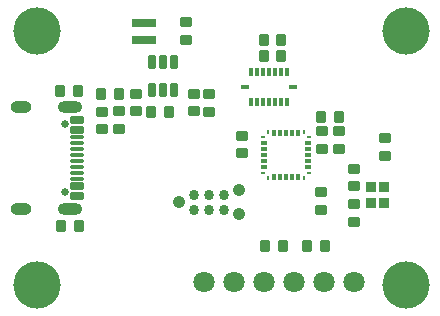
<source format=gbr>
%TF.GenerationSoftware,Altium Limited,Altium Designer,23.10.1 (27)*%
G04 Layer_Color=255*
%FSLAX45Y45*%
%MOMM*%
%TF.SameCoordinates,EB818210-93EB-4193-A47C-AA10A5AE6B3E*%
%TF.FilePolarity,Positive*%
%TF.FileFunction,Pads,Top*%
%TF.Part,Single*%
G01*
G75*
%TA.AperFunction,SMDPad,CuDef*%
G04:AMPARAMS|DCode=10|XSize=0.8mm|YSize=1mm|CornerRadius=0.1mm|HoleSize=0mm|Usage=FLASHONLY|Rotation=180.000|XOffset=0mm|YOffset=0mm|HoleType=Round|Shape=RoundedRectangle|*
%AMROUNDEDRECTD10*
21,1,0.80000,0.80000,0,0,180.0*
21,1,0.60000,1.00000,0,0,180.0*
1,1,0.20000,-0.30000,0.40000*
1,1,0.20000,0.30000,0.40000*
1,1,0.20000,0.30000,-0.40000*
1,1,0.20000,-0.30000,-0.40000*
%
%ADD10ROUNDEDRECTD10*%
%TA.AperFunction,TestPad*%
G04:AMPARAMS|DCode=11|XSize=0.3mm|YSize=1.15mm|CornerRadius=0.0375mm|HoleSize=0mm|Usage=FLASHONLY|Rotation=270.000|XOffset=0mm|YOffset=0mm|HoleType=Round|Shape=RoundedRectangle|*
%AMROUNDEDRECTD11*
21,1,0.30000,1.07500,0,0,270.0*
21,1,0.22500,1.15000,0,0,270.0*
1,1,0.07500,-0.53750,-0.11250*
1,1,0.07500,-0.53750,0.11250*
1,1,0.07500,0.53750,0.11250*
1,1,0.07500,0.53750,-0.11250*
%
%ADD11ROUNDEDRECTD11*%
G04:AMPARAMS|DCode=12|XSize=0.6mm|YSize=1.15mm|CornerRadius=0.075mm|HoleSize=0mm|Usage=FLASHONLY|Rotation=270.000|XOffset=0mm|YOffset=0mm|HoleType=Round|Shape=RoundedRectangle|*
%AMROUNDEDRECTD12*
21,1,0.60000,1.00000,0,0,270.0*
21,1,0.45000,1.15000,0,0,270.0*
1,1,0.15000,-0.50000,-0.22500*
1,1,0.15000,-0.50000,0.22500*
1,1,0.15000,0.50000,0.22500*
1,1,0.15000,0.50000,-0.22500*
%
%ADD12ROUNDEDRECTD12*%
%TA.AperFunction,SMDPad,CuDef*%
G04:AMPARAMS|DCode=13|XSize=0.8mm|YSize=0.9mm|CornerRadius=0.08mm|HoleSize=0mm|Usage=FLASHONLY|Rotation=180.000|XOffset=0mm|YOffset=0mm|HoleType=Round|Shape=RoundedRectangle|*
%AMROUNDEDRECTD13*
21,1,0.80000,0.74000,0,0,180.0*
21,1,0.64000,0.90000,0,0,180.0*
1,1,0.16000,-0.32000,0.37000*
1,1,0.16000,0.32000,0.37000*
1,1,0.16000,0.32000,-0.37000*
1,1,0.16000,-0.32000,-0.37000*
%
%ADD13ROUNDEDRECTD13*%
%ADD14R,2.00000X0.70000*%
%ADD15R,0.75000X0.30000*%
%ADD16R,0.30000X0.75000*%
G04:AMPARAMS|DCode=17|XSize=0.8mm|YSize=1mm|CornerRadius=0.1mm|HoleSize=0mm|Usage=FLASHONLY|Rotation=270.000|XOffset=0mm|YOffset=0mm|HoleType=Round|Shape=RoundedRectangle|*
%AMROUNDEDRECTD17*
21,1,0.80000,0.80000,0,0,270.0*
21,1,0.60000,1.00000,0,0,270.0*
1,1,0.20000,-0.40000,-0.30000*
1,1,0.20000,-0.40000,0.30000*
1,1,0.20000,0.40000,0.30000*
1,1,0.20000,0.40000,-0.30000*
%
%ADD17ROUNDEDRECTD17*%
%ADD18R,0.30000X0.25000*%
%ADD19R,0.25000X0.30000*%
%ADD20R,0.55000X0.30000*%
%ADD21R,0.30000X0.55000*%
G04:AMPARAMS|DCode=22|XSize=0.6mm|YSize=1.2mm|CornerRadius=0.075mm|HoleSize=0mm|Usage=FLASHONLY|Rotation=180.000|XOffset=0mm|YOffset=0mm|HoleType=Round|Shape=RoundedRectangle|*
%AMROUNDEDRECTD22*
21,1,0.60000,1.05000,0,0,180.0*
21,1,0.45000,1.20000,0,0,180.0*
1,1,0.15000,-0.22500,0.52500*
1,1,0.15000,0.22500,0.52500*
1,1,0.15000,0.22500,-0.52500*
1,1,0.15000,-0.22500,-0.52500*
%
%ADD22ROUNDEDRECTD22*%
%TA.AperFunction,BGAPad,CuDef*%
%ADD23C,0.86300*%
%TA.AperFunction,TestPad*%
%ADD31C,1.80000*%
%ADD32O,2.10000X1.00000*%
%ADD33C,0.65000*%
%ADD34O,1.80000X1.00000*%
%TA.AperFunction,ViaPad*%
%ADD35C,4.00000*%
%TA.AperFunction,ComponentPad*%
%ADD36C,1.06700*%
D10*
X364368Y999190D02*
D03*
X214368D02*
D03*
X365000Y860000D02*
D03*
X215000D02*
D03*
X585000Y-750000D02*
D03*
X735000D02*
D03*
X380082Y-747811D02*
D03*
X230082D02*
D03*
X700000Y350000D02*
D03*
X850000D02*
D03*
X-585126Y389804D02*
D03*
X-735126D02*
D03*
X-1010669Y539318D02*
D03*
X-1160669D02*
D03*
X-1350000Y-575000D02*
D03*
X-1500000D02*
D03*
X-1354901Y564972D02*
D03*
X-1504901D02*
D03*
D11*
X-1362250Y25000D02*
D03*
Y75000D02*
D03*
Y-75000D02*
D03*
Y-25000D02*
D03*
Y125000D02*
D03*
Y175000D02*
D03*
Y-125000D02*
D03*
Y-175000D02*
D03*
D12*
Y240000D02*
D03*
Y320000D02*
D03*
Y-240000D02*
D03*
Y-320000D02*
D03*
D13*
X1237036Y-385001D02*
D03*
Y-245001D02*
D03*
X1127036D02*
D03*
Y-385001D02*
D03*
D14*
X-798583Y1145361D02*
D03*
Y1000361D02*
D03*
D15*
X57335Y599664D02*
D03*
X467336D02*
D03*
D16*
X112335Y469664D02*
D03*
X162335D02*
D03*
X212335D02*
D03*
X262336D02*
D03*
X312335D02*
D03*
X362335D02*
D03*
X412335D02*
D03*
Y729664D02*
D03*
X362335D02*
D03*
X312335D02*
D03*
X262336D02*
D03*
X212335D02*
D03*
X162335D02*
D03*
X112335D02*
D03*
D17*
X1241583Y165000D02*
D03*
Y15000D02*
D03*
X700000Y-440000D02*
D03*
Y-290000D02*
D03*
X982036Y-240000D02*
D03*
Y-90000D02*
D03*
Y-390001D02*
D03*
Y-540001D02*
D03*
X850521Y78098D02*
D03*
Y228098D02*
D03*
X711125Y228031D02*
D03*
Y78031D02*
D03*
X32332Y189170D02*
D03*
Y39170D02*
D03*
X-862256Y393666D02*
D03*
Y543666D02*
D03*
X-244663Y542490D02*
D03*
Y392490D02*
D03*
X-375009Y543550D02*
D03*
Y393550D02*
D03*
X-445782Y1149988D02*
D03*
Y999988D02*
D03*
X-1008918Y243951D02*
D03*
Y393951D02*
D03*
X-1155683Y242334D02*
D03*
Y392333D02*
D03*
D18*
X210000Y-125000D02*
D03*
X600000Y175000D02*
D03*
X210000D02*
D03*
X600000Y-125000D02*
D03*
D19*
X255000Y220000D02*
D03*
X555000Y-170000D02*
D03*
X255000D02*
D03*
X555000Y220000D02*
D03*
D20*
X592500Y-75000D02*
D03*
Y-25000D02*
D03*
Y25000D02*
D03*
Y75000D02*
D03*
Y125000D02*
D03*
X217500D02*
D03*
Y75000D02*
D03*
Y25000D02*
D03*
Y-25000D02*
D03*
Y-75000D02*
D03*
D21*
X505000Y212500D02*
D03*
X455000D02*
D03*
X405000D02*
D03*
X355000D02*
D03*
X305000D02*
D03*
Y-162500D02*
D03*
X355000D02*
D03*
X405000D02*
D03*
X455000D02*
D03*
X505000D02*
D03*
D22*
X-543381Y573816D02*
D03*
X-638381D02*
D03*
X-733381D02*
D03*
Y813817D02*
D03*
X-638381D02*
D03*
X-543381D02*
D03*
D23*
X-377000Y-438500D02*
D03*
X-250000D02*
D03*
X-123000D02*
D03*
X-377000Y-311500D02*
D03*
X-250000D02*
D03*
X-123000D02*
D03*
D31*
X983000Y-1050000D02*
D03*
X729000D02*
D03*
X475000D02*
D03*
X221000D02*
D03*
X-33000D02*
D03*
X-287000D02*
D03*
D32*
X-1419750Y-432000D02*
D03*
Y432000D02*
D03*
D33*
X-1469750Y289000D02*
D03*
Y-289000D02*
D03*
D34*
X-1837750Y432000D02*
D03*
Y-432000D02*
D03*
D35*
X-1700000Y1075000D02*
D03*
X1425000Y-1075000D02*
D03*
X-1700000D02*
D03*
X1425000Y1075000D02*
D03*
D36*
X-504000Y-375000D02*
D03*
X4000Y-273400D02*
D03*
Y-476600D02*
D03*
%TF.MD5,6d0bd4703f3935ea08550676ed6c36fe*%
M02*

</source>
